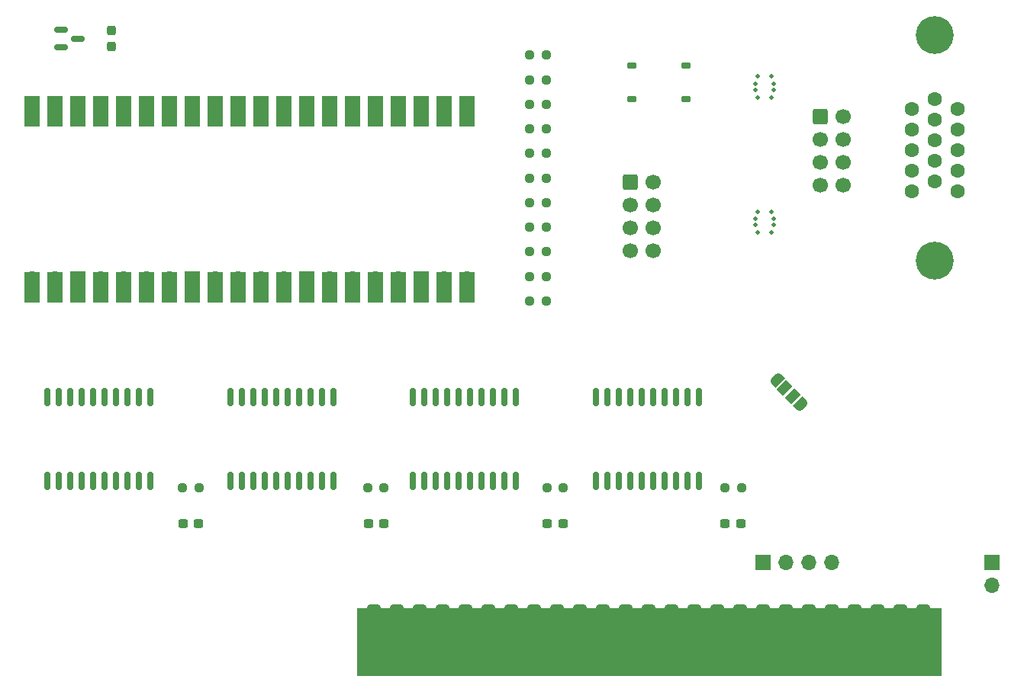
<source format=gbr>
%TF.GenerationSoftware,KiCad,Pcbnew,7.0.10-1.fc39*%
%TF.CreationDate,2024-01-28T21:12:05+02:00*%
%TF.ProjectId,AppleVGA,4170706c-6556-4474-912e-6b696361645f,B*%
%TF.SameCoordinates,Original*%
%TF.FileFunction,Soldermask,Top*%
%TF.FilePolarity,Negative*%
%FSLAX46Y46*%
G04 Gerber Fmt 4.6, Leading zero omitted, Abs format (unit mm)*
G04 Created by KiCad (PCBNEW 7.0.10-1.fc39) date 2024-01-28 21:12:05*
%MOMM*%
%LPD*%
G01*
G04 APERTURE LIST*
G04 Aperture macros list*
%AMRoundRect*
0 Rectangle with rounded corners*
0 $1 Rounding radius*
0 $2 $3 $4 $5 $6 $7 $8 $9 X,Y pos of 4 corners*
0 Add a 4 corners polygon primitive as box body*
4,1,4,$2,$3,$4,$5,$6,$7,$8,$9,$2,$3,0*
0 Add four circle primitives for the rounded corners*
1,1,$1+$1,$2,$3*
1,1,$1+$1,$4,$5*
1,1,$1+$1,$6,$7*
1,1,$1+$1,$8,$9*
0 Add four rect primitives between the rounded corners*
20,1,$1+$1,$2,$3,$4,$5,0*
20,1,$1+$1,$4,$5,$6,$7,0*
20,1,$1+$1,$6,$7,$8,$9,0*
20,1,$1+$1,$8,$9,$2,$3,0*%
%AMRotRect*
0 Rectangle, with rotation*
0 The origin of the aperture is its center*
0 $1 length*
0 $2 width*
0 $3 Rotation angle, in degrees counterclockwise*
0 Add horizontal line*
21,1,$1,$2,0,0,$3*%
%AMFreePoly0*
4,1,19,0.550000,-0.750000,0.000000,-0.750000,0.000000,-0.744912,-0.071157,-0.744911,-0.207708,-0.704816,-0.327430,-0.627875,-0.420627,-0.520320,-0.479746,-0.390866,-0.500000,-0.250000,-0.500000,0.250000,-0.479746,0.390866,-0.420627,0.520320,-0.327430,0.627875,-0.207708,0.704816,-0.071157,0.744911,0.000000,0.744912,0.000000,0.750000,0.550000,0.750000,0.550000,-0.750000,0.550000,-0.750000,
$1*%
%AMFreePoly1*
4,1,19,0.000000,0.744912,0.071157,0.744911,0.207708,0.704816,0.327430,0.627875,0.420627,0.520320,0.479746,0.390866,0.500000,0.250000,0.500000,-0.250000,0.479746,-0.390866,0.420627,-0.520320,0.327430,-0.627875,0.207708,-0.704816,0.071157,-0.744911,0.000000,-0.744912,0.000000,-0.750000,-0.550000,-0.750000,-0.550000,0.750000,0.000000,0.750000,0.000000,0.744912,0.000000,0.744912,
$1*%
G04 Aperture macros list end*
%ADD10C,0.050000*%
%ADD11C,0.500000*%
%ADD12FreePoly0,315.000000*%
%ADD13RotRect,1.000000X1.500000X315.000000*%
%ADD14FreePoly1,315.000000*%
%ADD15C,4.200000*%
%ADD16C,1.600000*%
%ADD17RoundRect,0.250000X-0.600000X-0.600000X0.600000X-0.600000X0.600000X0.600000X-0.600000X0.600000X0*%
%ADD18C,1.700000*%
%ADD19RoundRect,0.381000X0.381000X3.175000X-0.381000X3.175000X-0.381000X-3.175000X0.381000X-3.175000X0*%
%ADD20RoundRect,0.237500X-0.250000X-0.237500X0.250000X-0.237500X0.250000X0.237500X-0.250000X0.237500X0*%
%ADD21O,1.700000X1.700000*%
%ADD22R,1.700000X3.500000*%
%ADD23R,1.700000X1.700000*%
%ADD24RoundRect,0.237500X0.237500X-0.287500X0.237500X0.287500X-0.237500X0.287500X-0.237500X-0.287500X0*%
%ADD25RoundRect,0.187500X-0.312500X-0.187500X0.312500X-0.187500X0.312500X0.187500X-0.312500X0.187500X0*%
%ADD26RoundRect,0.150000X-0.150000X0.875000X-0.150000X-0.875000X0.150000X-0.875000X0.150000X0.875000X0*%
%ADD27RoundRect,0.237500X0.300000X0.237500X-0.300000X0.237500X-0.300000X-0.237500X0.300000X-0.237500X0*%
%ADD28RoundRect,0.237500X0.250000X0.237500X-0.250000X0.237500X-0.250000X-0.237500X0.250000X-0.237500X0*%
%ADD29RoundRect,0.150000X-0.587500X-0.150000X0.587500X-0.150000X0.587500X0.150000X-0.587500X0.150000X0*%
G04 APERTURE END LIST*
D10*
%TO.C,J1*%
X120015000Y-133350000D02*
X184785000Y-133350000D01*
X184785000Y-133350000D02*
X184785000Y-140843000D01*
X184785000Y-140843000D02*
X120015000Y-140843000D01*
X120015000Y-140843000D02*
X120015000Y-133350000D01*
G36*
X120015000Y-133350000D02*
G01*
X184785000Y-133350000D01*
X184785000Y-140843000D01*
X120015000Y-140843000D01*
X120015000Y-133350000D01*
G37*
%TD*%
D11*
%TO.C,mouse-bite-1mm-slot*%
X166002400Y-74323528D03*
X164502400Y-74323528D03*
X166252400Y-75123528D03*
X164252400Y-75123528D03*
X166252400Y-75823528D03*
X164252400Y-75823528D03*
X166002400Y-76623528D03*
X164502400Y-76623528D03*
%TD*%
%TO.C,mouse-bite-1mm-slot*%
X164518400Y-91619200D03*
X166018400Y-91619200D03*
X164268400Y-90819200D03*
X166268400Y-90819200D03*
X164268400Y-90119200D03*
X166268400Y-90119200D03*
X164518400Y-89319200D03*
X166018400Y-89319200D03*
%TD*%
D12*
%TO.C,JP1*%
X166568361Y-107995961D03*
D13*
X167487600Y-108915200D03*
X168406839Y-109834439D03*
D14*
X169326078Y-110753678D03*
%TD*%
D15*
%TO.C,J4*%
X184099200Y-94748400D03*
X184099200Y-69748400D03*
D16*
X181559200Y-77930400D03*
X181559200Y-80216400D03*
X181559200Y-82502400D03*
X181559200Y-84788400D03*
X181559200Y-87074400D03*
X184099200Y-76787400D03*
X184099200Y-79073400D03*
X184099200Y-81359400D03*
X184099200Y-83645400D03*
X184099200Y-85931400D03*
X186639200Y-77930400D03*
X186639200Y-80216400D03*
X186639200Y-82502400D03*
X186639200Y-84788400D03*
X186639200Y-87074400D03*
%TD*%
D17*
%TO.C,J3*%
X171450000Y-78740000D03*
D18*
X173990000Y-78740000D03*
X171450000Y-81280000D03*
X173990000Y-81280000D03*
X171450000Y-83820000D03*
X173990000Y-83820000D03*
X171450000Y-86360000D03*
X173990000Y-86360000D03*
%TD*%
D19*
%TO.C,J1*%
X121920000Y-136525000D03*
X124460000Y-136525000D03*
X127000000Y-136525000D03*
X129540000Y-136525000D03*
X132080000Y-136525000D03*
X134620000Y-136525000D03*
X137160000Y-136525000D03*
X139700000Y-136525000D03*
X142240000Y-136525000D03*
X144780000Y-136525000D03*
X147320000Y-136525000D03*
X149860000Y-136525000D03*
X152400000Y-136525000D03*
X154940000Y-136525000D03*
X157480000Y-136525000D03*
X160020000Y-136525000D03*
X162560000Y-136525000D03*
X165100000Y-136525000D03*
X167640000Y-136525000D03*
X170180000Y-136525000D03*
X172720000Y-136525000D03*
X175260000Y-136525000D03*
X177800000Y-136525000D03*
X180340000Y-136525000D03*
X182880000Y-136525000D03*
%TD*%
D20*
%TO.C,R6*%
X139192000Y-82867500D03*
X141017000Y-82867500D03*
%TD*%
%TO.C,R7*%
X139192000Y-85598000D03*
X141017000Y-85598000D03*
%TD*%
%TO.C,R14*%
X139192000Y-74676000D03*
X141017000Y-74676000D03*
%TD*%
%TO.C,R13*%
X139192000Y-71945500D03*
X141017000Y-71945500D03*
%TD*%
%TO.C,R11*%
X139192000Y-96520000D03*
X141017000Y-96520000D03*
%TD*%
%TO.C,R12*%
X139192000Y-99250500D03*
X141017000Y-99250500D03*
%TD*%
%TO.C,R10*%
X139192000Y-93789500D03*
X141017000Y-93789500D03*
%TD*%
%TO.C,R8*%
X139192000Y-88328500D03*
X141017000Y-88328500D03*
%TD*%
%TO.C,R9*%
X139192000Y-91059000D03*
X141017000Y-91059000D03*
%TD*%
D21*
%TO.C,U6*%
X83972400Y-96824800D03*
D22*
X83972400Y-97724800D03*
D21*
X86512400Y-96824800D03*
D22*
X86512400Y-97724800D03*
D23*
X89052400Y-96824800D03*
D22*
X89052400Y-97724800D03*
D21*
X91592400Y-96824800D03*
D22*
X91592400Y-97724800D03*
D21*
X94132400Y-96824800D03*
D22*
X94132400Y-97724800D03*
D21*
X96672400Y-96824800D03*
D22*
X96672400Y-97724800D03*
D21*
X99212400Y-96824800D03*
D22*
X99212400Y-97724800D03*
D23*
X101752400Y-96824800D03*
D22*
X101752400Y-97724800D03*
D21*
X104292400Y-96824800D03*
D22*
X104292400Y-97724800D03*
D21*
X106832400Y-96824800D03*
D22*
X106832400Y-97724800D03*
D21*
X109372400Y-96824800D03*
D22*
X109372400Y-97724800D03*
D21*
X111912400Y-96824800D03*
D22*
X111912400Y-97724800D03*
D23*
X114452400Y-96824800D03*
D22*
X114452400Y-97724800D03*
D21*
X116992400Y-96824800D03*
D22*
X116992400Y-97724800D03*
D21*
X119532400Y-96824800D03*
D22*
X119532400Y-97724800D03*
D21*
X122072400Y-96824800D03*
D22*
X122072400Y-97724800D03*
D21*
X124612400Y-96824800D03*
D22*
X124612400Y-97724800D03*
D23*
X127152400Y-96824800D03*
D22*
X127152400Y-97724800D03*
D21*
X129692400Y-96824800D03*
D22*
X129692400Y-97724800D03*
D21*
X132232400Y-96824800D03*
D22*
X132232400Y-97724800D03*
D21*
X132232400Y-79044800D03*
D22*
X132232400Y-78144800D03*
D21*
X129692400Y-79044800D03*
D22*
X129692400Y-78144800D03*
D23*
X127152400Y-79044800D03*
D22*
X127152400Y-78144800D03*
D21*
X124612400Y-79044800D03*
D22*
X124612400Y-78144800D03*
D21*
X122072400Y-79044800D03*
D22*
X122072400Y-78144800D03*
D21*
X119532400Y-79044800D03*
D22*
X119532400Y-78144800D03*
D21*
X116992400Y-79044800D03*
D22*
X116992400Y-78144800D03*
D23*
X114452400Y-79044800D03*
D22*
X114452400Y-78144800D03*
D21*
X111912400Y-79044800D03*
D22*
X111912400Y-78144800D03*
D21*
X109372400Y-79044800D03*
D22*
X109372400Y-78144800D03*
D21*
X106832400Y-79044800D03*
D22*
X106832400Y-78144800D03*
D21*
X104292400Y-79044800D03*
D22*
X104292400Y-78144800D03*
D23*
X101752400Y-79044800D03*
D22*
X101752400Y-78144800D03*
D21*
X99212400Y-79044800D03*
D22*
X99212400Y-78144800D03*
D21*
X96672400Y-79044800D03*
D22*
X96672400Y-78144800D03*
D21*
X94132400Y-79044800D03*
D22*
X94132400Y-78144800D03*
D21*
X91592400Y-79044800D03*
D22*
X91592400Y-78144800D03*
D23*
X89052400Y-79044800D03*
D22*
X89052400Y-78144800D03*
D21*
X86512400Y-79044800D03*
D22*
X86512400Y-78144800D03*
D21*
X83972400Y-79044800D03*
D22*
X83972400Y-78144800D03*
%TD*%
D24*
%TO.C,D1*%
X92760085Y-70956500D03*
X92760085Y-69206500D03*
%TD*%
D25*
%TO.C,SW1*%
X150514800Y-73090800D03*
X156514800Y-73090800D03*
X150514800Y-76840800D03*
X156514800Y-76840800D03*
%TD*%
D26*
%TO.C,U1*%
X137668000Y-109954800D03*
X136398000Y-109954800D03*
X135128000Y-109954800D03*
X133858000Y-109954800D03*
X132588000Y-109954800D03*
X131318000Y-109954800D03*
X130048000Y-109954800D03*
X128778000Y-109954800D03*
X127508000Y-109954800D03*
X126238000Y-109954800D03*
X126238000Y-119254800D03*
X127508000Y-119254800D03*
X128778000Y-119254800D03*
X130048000Y-119254800D03*
X131318000Y-119254800D03*
X132588000Y-119254800D03*
X133858000Y-119254800D03*
X135128000Y-119254800D03*
X136398000Y-119254800D03*
X137668000Y-119254800D03*
%TD*%
%TO.C,U3*%
X97129600Y-109954800D03*
X95859600Y-109954800D03*
X94589600Y-109954800D03*
X93319600Y-109954800D03*
X92049600Y-109954800D03*
X90779600Y-109954800D03*
X89509600Y-109954800D03*
X88239600Y-109954800D03*
X86969600Y-109954800D03*
X85699600Y-109954800D03*
X85699600Y-119254800D03*
X86969600Y-119254800D03*
X88239600Y-119254800D03*
X89509600Y-119254800D03*
X90779600Y-119254800D03*
X92049600Y-119254800D03*
X93319600Y-119254800D03*
X94589600Y-119254800D03*
X95859600Y-119254800D03*
X97129600Y-119254800D03*
%TD*%
%TO.C,U2*%
X117398800Y-109954800D03*
X116128800Y-109954800D03*
X114858800Y-109954800D03*
X113588800Y-109954800D03*
X112318800Y-109954800D03*
X111048800Y-109954800D03*
X109778800Y-109954800D03*
X108508800Y-109954800D03*
X107238800Y-109954800D03*
X105968800Y-109954800D03*
X105968800Y-119254800D03*
X107238800Y-119254800D03*
X108508800Y-119254800D03*
X109778800Y-119254800D03*
X111048800Y-119254800D03*
X112318800Y-119254800D03*
X113588800Y-119254800D03*
X114858800Y-119254800D03*
X116128800Y-119254800D03*
X117398800Y-119254800D03*
%TD*%
%TO.C,U4*%
X157937200Y-109954800D03*
X156667200Y-109954800D03*
X155397200Y-109954800D03*
X154127200Y-109954800D03*
X152857200Y-109954800D03*
X151587200Y-109954800D03*
X150317200Y-109954800D03*
X149047200Y-109954800D03*
X147777200Y-109954800D03*
X146507200Y-109954800D03*
X146507200Y-119254800D03*
X147777200Y-119254800D03*
X149047200Y-119254800D03*
X150317200Y-119254800D03*
X151587200Y-119254800D03*
X152857200Y-119254800D03*
X154127200Y-119254800D03*
X155397200Y-119254800D03*
X156667200Y-119254800D03*
X157937200Y-119254800D03*
%TD*%
D27*
%TO.C,C3*%
X102462500Y-124000000D03*
X100737500Y-124000000D03*
%TD*%
%TO.C,C1*%
X142862500Y-124000000D03*
X141137500Y-124000000D03*
%TD*%
D17*
%TO.C,J2*%
X150317200Y-86029800D03*
D18*
X152857200Y-86029800D03*
X150317200Y-88569800D03*
X152857200Y-88569800D03*
X150317200Y-91109800D03*
X152857200Y-91109800D03*
X150317200Y-93649800D03*
X152857200Y-93649800D03*
%TD*%
D20*
%TO.C,R5*%
X139192000Y-80137000D03*
X141017000Y-80137000D03*
%TD*%
%TO.C,R4*%
X139192000Y-77406500D03*
X141017000Y-77406500D03*
%TD*%
D28*
%TO.C,R1*%
X142912500Y-120000000D03*
X141087500Y-120000000D03*
%TD*%
%TO.C,R15*%
X162708600Y-120000000D03*
X160883600Y-120000000D03*
%TD*%
D23*
%TO.C,TP1*%
X190500000Y-128270000D03*
D21*
X190500000Y-130810000D03*
%TD*%
D27*
%TO.C,C2*%
X123037600Y-124000000D03*
X121312600Y-124000000D03*
%TD*%
D29*
%TO.C,Q1*%
X87200500Y-69154000D03*
X87200500Y-71054000D03*
X89075500Y-70104000D03*
%TD*%
D23*
%TO.C,TP2*%
X165100000Y-128270000D03*
D21*
X167640000Y-128270000D03*
X170180000Y-128270000D03*
X172720000Y-128270000D03*
%TD*%
D28*
%TO.C,R3*%
X102512500Y-120000000D03*
X100687500Y-120000000D03*
%TD*%
D27*
%TO.C,C4*%
X162609700Y-124000000D03*
X160884700Y-124000000D03*
%TD*%
D28*
%TO.C,R2*%
X123037600Y-120000000D03*
X121212600Y-120000000D03*
%TD*%
M02*

</source>
